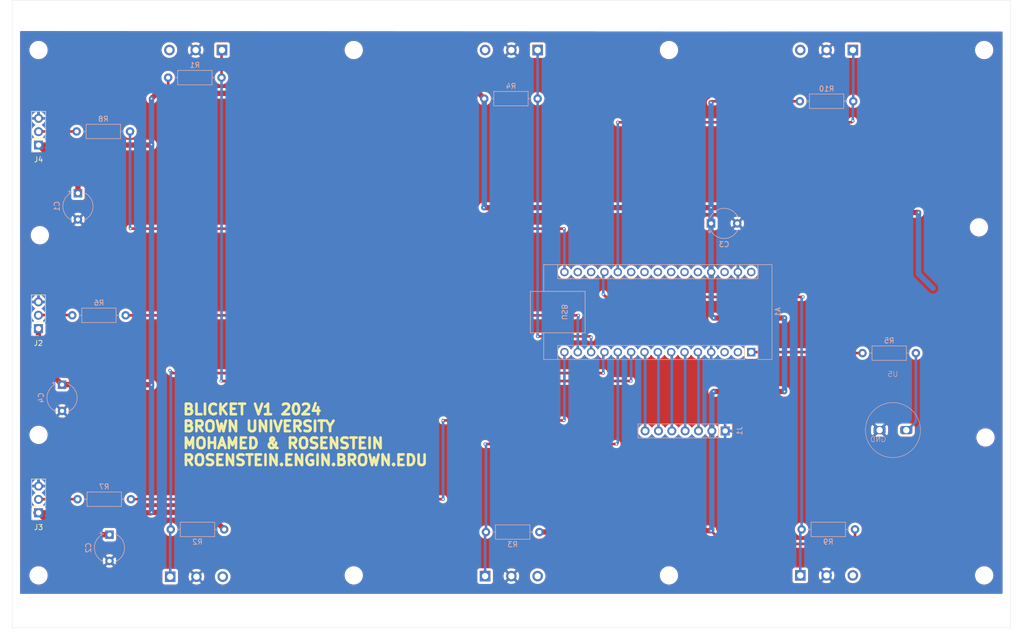
<source format=kicad_pcb>
(kicad_pcb (version 20240108) (generator "pcbnew") (generator_version "8.0")
  (layers (0 "F.Cu" signal) (31 "B.Cu" signal) (34 "B.Paste" user) (35 "F.Paste" user) (36 "B.SilkS" user "B.Silkscreen") (37 "F.SilkS" user "F.Silkscreen") (38 "B.Mask" user) (39 "F.Mask" user) (44 "Edge.Cuts" user))
  (net 0 "")
  (net 2 "/LED2_ctrl")
  (net 3 "/C_sw2")
  (net 6 "/D3")
  (net 7 "GND")
  (net 10 "/LED3_ctrl")
  (net 11 "/C_sw3")
  (net 12 "/C_sw1")
  (net 13 "/LED1_ctrl")
  (net 15 "/D2")
  (net 20 "VDD")
  (net 23 "/C_sw4")
  (net 24 "/D1")
  (net 25 "/VT")
  (net 26 "/D0")
  (net 27 "/BUZZ")
  (net 28 "Net-(J2-Pin_2)")
  (net 29 "Net-(J3-Pin_2)")
  (net 30 "Net-(J4-Pin_2)")
  (net 32 "Net-(U5-Vdd)")
  (net 36 "/C_sw6")
  (net 37 "/C_sw5")
  (footprint "MountingHole:MountingHole_3mm" (layer "F.Cu") (at 61.25 35.25)
    (property "Reference" "REF**" (hide yes))
    (property "Value" "MountingHole_3mm")
    (pad "" np_thru_hole circle (at 0 0) (size 3 3) (drill 3) (layers "F&B.Cu" "*.Mask"))
  )
  (footprint "MountingHole:MountingHole_3mm" (layer "F.Cu") (at 213.25 35.5)
    (property "Reference" "REF**" (hide yes))
    (property "Value" "MountingHole_3mm")
    (pad "" np_thru_hole circle (at 0 0) (size 3 3) (drill 3) (layers "F&B.Cu" "*.Mask"))
  )
  (footprint "First_cost_Library:switch" (layer "F.Cu") (at 128.5 36 -90)
    (property "Reference" "U4" (hide yes))
    (property "Value" "~" (hide yes))
    (pad "1" thru_hole rect (at 5 -13 270) (size 2 2) (drill 1.2) (layers "*.Cu" "*.Mask") (net 23 "/C_sw4"))
    (pad "2" thru_hole circle (at 5 -8 270) (size 2 2) (drill 1.2) (layers "*.Cu" "*.Mask") (net 7 "GND"))
    (pad "3" thru_hole circle (at 5 -3 270) (size 2 2) (drill 1.2) (layers "*.Cu" "*.Mask"))
  )
  (footprint "MountingHole:MountingHole_3mm" (layer "F.Cu") (at 214.5 147.5)
    (property "Reference" "REF**" (hide yes))
    (property "Value" "MountingHole_3mm")
    (pad "" np_thru_hole circle (at 0 0) (size 3 3) (drill 3) (layers "F&B.Cu" "*.Mask"))
  )
  (footprint "MountingHole:MountingHole_3mm" (layer "F.Cu") (at 46.75 76.25)
    (property "Reference" "REF**" (hide yes))
    (property "Value" "MountingHole_3mm")
    (pad "" np_thru_hole circle (at 0 0) (size 3 3) (drill 3) (layers "F&B.Cu" "*.Mask"))
  )
  (footprint "MountingHole:MountingHole_3mm" (layer "F.Cu") (at 61.5 147.5)
    (property "Reference" "REF**" (hide yes))
    (property "Value" "MountingHole_3mm")
    (pad "" np_thru_hole circle (at 0 0) (size 3 3) (drill 3) (layers "F&B.Cu" "*.Mask"))
  )
  (footprint "First_cost_Library:switch" (layer "F.Cu") (at 68.41 36 -90)
    (property "Reference" "U1" (hide yes))
    (property "Value" "~" (hide yes))
    (pad "1" thru_hole rect (at 5 -13 270) (size 2 2) (drill 1.2) (layers "*.Cu" "*.Mask") (net 12 "/C_sw1"))
    (pad "2" thru_hole circle (at 5 -8 270) (size 2 2) (drill 1.2) (layers "*.Cu" "*.Mask") (net 7 "GND"))
    (pad "3" thru_hole circle (at 5 -3 270) (size 2 2) (drill 1.2) (layers "*.Cu" "*.Mask"))
  )
  (footprint "MountingHole:MountingHole_3mm" (layer "F.Cu") (at 226.75 114.75)
    (property "Reference" "REF**" (hide yes))
    (property "Value" "MountingHole_3mm")
    (pad "" np_thru_hole circle (at 0 0) (size 3 3) (drill 3) (layers "F&B.Cu" "*.Mask"))
  )
  (footprint "Connector_PinSocket_2.54mm:PinSocket_1x03_P2.54mm_Vertical" (layer "F.Cu") (at 46.5 59.08 180)
    (property "Reference" "J4" (at 0 -2.77 0) (layer "F.SilkS"))
    (property "Value" "Conn_01x03_Pin")
    (fp_line (start 1.33 1.27) (end 1.33 6.41) (stroke (width 0.12)) (layer "F.SilkS"))
    (fp_line (start 1.33 -1.33) (end 1.33 0) (stroke (width 0.12)) (layer "F.SilkS"))
    (fp_line (start 0 -1.33) (end 1.33 -1.33) (stroke (width 0.12)) (layer "F.SilkS"))
    (fp_line (start -1.33 6.41) (end 1.33 6.41) (stroke (width 0.12)) (layer "F.SilkS"))
    (fp_line (start -1.33 1.27) (end 1.33 1.27) (stroke (width 0.12)) (layer "F.SilkS"))
    (fp_line (start -1.33 1.27) (end -1.33 6.41) (stroke (width 0.12)) (layer "F.SilkS"))
    (pad "1" thru_hole rect (at 0 0 180) (size 1.7 1.7) (drill 1) (layers "*.Cu" "*.Mask") (net 20 "VDD"))
    (pad "2" thru_hole oval (at 0 2.54 180) (size 1.7 1.7) (drill 1) (layers "*.Cu" "*.Mask") (net 30 "Net-(J4-Pin_2)"))
    (pad "3" thru_hole oval (at 0 5.08 180) (size 1.7 1.7) (drill 1) (layers "*.Cu" "*.Mask") (net 7 "GND"))
  )
  (footprint "MountingHole:MountingHole_3mm" (layer "F.Cu") (at 225.5 74.75)
    (property "Reference" "REF**" (hide yes))
    (property "Value" "MountingHole_3mm")
    (pad "" np_thru_hole circle (at 0 0) (size 3 3) (drill 3) (layers "F&B.Cu" "*.Mask"))
  )
  (footprint "MountingHole:MountingHole_3mm" (layer "F.Cu") (at 46.5 114.25)
    (property "Reference" "REF**" (hide yes))
    (property "Value" "MountingHole_3mm")
    (pad "" np_thru_hole circle (at 0 0) (size 3 3) (drill 3) (layers "F&B.Cu" "*.Mask"))
  )
  (footprint "First_cost_Library:switch" (layer "F.Cu") (at 144.5 146.1375 90)
    (property "Reference" "U3" (hide yes))
    (property "Value" "~" (hide yes))
    (pad "1" thru_hole rect (at 5 -13 90) (size 2 2) (drill 1.2) (layers "*.Cu" "*.Mask") (net 3 "/C_sw2"))
    (pad "2" thru_hole circle (at 5 -8 90) (size 2 2) (drill 1.2) (layers "*.Cu" "*.Mask") (net 7 "GND"))
    (pad "3" thru_hole circle (at 5 -3 90) (size 2 2) (drill 1.2) (layers "*.Cu" "*.Mask"))
  )
  (footprint "MountingHole:MountingHole_3mm" (layer "F.Cu") (at 166.5 141)
    (property "Reference" "REF**" (hide yes))
    (property "Value" "MountingHole_3mm")
    (pad "" np_thru_hole circle (at 0 0) (size 3 3) (drill 3) (layers "*.Cu" "*.Mask"))
  )
  (footprint "Connector_PinSocket_2.54mm:PinSocket_1x03_P2.54mm_Vertical" (layer "F.Cu") (at 46.475 94.025 180)
    (property "Reference" "J2" (at 0 -2.77 360) (layer "F.SilkS"))
    (property "Value" "Conn_01x03_Pin")
    (fp_line (start 1.33 1.27) (end 1.33 6.41) (stroke (width 0.12)) (layer "F.SilkS"))
    (fp_line (start 1.33 -1.33) (end 1.33 0) (stroke (width 0.12)) (layer "F.SilkS"))
    (fp_line (start 0 -1.33) (end 1.33 -1.33) (stroke (width 0.12)) (layer "F.SilkS"))
    (fp_line (start -1.33 6.41) (end 1.33 6.41) (stroke (width 0.12)) (layer "F.SilkS"))
    (fp_line (start -1.33 1.27) (end 1.33 1.27) (stroke (width 0.12)) (layer "F.SilkS"))
    (fp_line (start -1.33 1.27) (end -1.33 6.41) (stroke (width 0.12)) (layer "F.SilkS"))
    (pad "1" thru_hole rect (at 0 0 180) (size 1.7 1.7) (drill 1) (layers "*.Cu" "*.Mask") (net 20 "VDD"))
    (pad "2" thru_hole oval (at 0 2.54 180) (size 1.7 1.7) (drill 1) (layers "*.Cu" "*.Mask") (net 28 "Net-(J2-Pin_2)"))
    (pad "3" thru_hole oval (at 0 5.08 180) (size 1.7 1.7) (drill 1) (layers "*.Cu" "*.Mask") (net 7 "GND"))
  )
  (footprint "MountingHole:MountingHole_3mm" (layer "F.Cu") (at 106.5 141)
    (property "Reference" "REF**" (hide yes))
    (property "Value" "MountingHole_3mm")
    (pad "" np_thru_hole circle (at 0 0) (size 3 3) (drill 3) (layers "*.Cu" "*.Mask"))
  )
  (footprint "First_cost_Library:switch" (layer "F.Cu") (at 84.5575 146.25 90)
    (property "Reference" "U2" (hide yes))
    (property "Value" "~" (hide yes))
    (pad "1" thru_hole rect (at 5 -13 90) (size 2 2) (drill 1.2) (layers "*.Cu" "*.Mask") (net 11 "/C_sw3"))
    (pad "2" thru_hole circle (at 5 -8 90) (size 2 2) (drill 1.2) (layers "*.Cu" "*.Mask") (net 7 "GND"))
    (pad "3" thru_hole circle (at 5 -3 90) (size 2 2) (drill 1.2) (layers "*.Cu" "*.Mask"))
  )
  (footprint "MountingHole:MountingHole_3mm" (layer "F.Cu") (at 226.5 41)
    (property "Reference" "REF**" (hide yes))
    (property "Value" "MountingHole_3mm")
    (pad "" np_thru_hole circle (at 0 0) (size 3 3) (drill 3) (layers "*.Cu" "*.Mask"))
  )
  (footprint "MountingHole:MountingHole_3mm" (layer "F.Cu") (at 166.5 41)
    (property "Reference" "REF**" (hide yes))
    (property "Value" "MountingHole_3mm")
    (pad "" np_thru_hole circle (at 0 0) (size 3 3) (drill 3) (layers "*.Cu" "*.Mask"))
  )
  (footprint "First_cost_Library:switch" (layer "F.Cu") (at 188.5 36 -90)
    (property "Reference" "U7" (hide yes))
    (property "Value" "~" (hide yes))
    (pad "1" thru_hole rect (at 5 -13 270) (size 2 2) (drill 1.2) (layers "*.Cu" "*.Mask") (net 36 "/C_sw6"))
    (pad "2" thru_hole circle (at 5 -8 270) (size 2 2) (drill 1.2) (layers "*.Cu" "*.Mask") (net 7 "GND"))
    (pad "3" thru_hole circle (at 5 -3 270) (size 2 2) (drill 1.2) (layers "*.Cu" "*.Mask"))
  )
  (footprint "Connector_PinSocket_2.54mm:PinSocket_1x03_P2.54mm_Vertical" (layer "F.Cu") (at 46.5 129.08 180)
    (property "Reference" "J3" (at 0 -2.77 0) (layer "F.SilkS"))
    (property "Value" "Conn_01x03_Pin")
    (fp_line (start 1.33 1.27) (end 1.33 6.41) (stroke (width 0.12)) (layer "F.SilkS"))
    (fp_line (start 1.33 -1.33) (end 1.33 0) (stroke (width 0.12)) (layer "F.SilkS"))
    (fp_line (start 0 -1.33) (end 1.33 -1.33) (stroke (width 0.12)) (layer "F.SilkS"))
    (fp_line (start -1.33 6.41) (end 1.33 6.41) (stroke (width 0.12)) (layer "F.SilkS"))
    (fp_line (start -1.33 1.27) (end 1.33 1.27) (stroke (width 0.12)) (layer "F.SilkS"))
    (fp_line (start -1.33 1.27) (end -1.33 6.41) (stroke (width 0.12)) (layer "F.SilkS"))
    (pad "1" thru_hole rect (at 0 0 180) (size 1.7 1.7) (drill 1) (layers "*.Cu" "*.Mask") (net 20 "VDD"))
    (pad "2" thru_hole oval (at 0 2.54 180) (size 1.7 1.7) (drill 1) (layers "*.Cu" "*.Mask") (net 29 "Net-(J3-Pin_2)"))
    (pad "3" thru_hole oval (at 0 5.08 180) (size 1.7 1.7) (drill 1) (layers "*.Cu" "*.Mask") (net 7 "GND"))
  )
  (footprint "MountingHole:MountingHole_3mm" (layer "F.Cu") (at 46.5 141)
    (property "Reference" "REF**" (hide yes))
    (property "Value" "MountingHole_3mm")
    (pad "" np_thru_hole circle (at 0 0) (size 3 3) (drill 3) (layers "*.Cu" "*.Mask"))
  )
  (footprint "MountingHole:MountingHole_3mm" (layer "F.Cu") (at 46.5 41)
    (property "Reference" "REF**" (hide yes))
    (property "Value" "MountingHole_3mm")
    (pad "" np_thru_hole circle (at 0 0) (size 3 3) (drill 3) (layers "*.Cu" "*.Mask"))
  )
  (footprint "First_cost_Library:switch" (layer "F.Cu") (at 204.5 146 90)
    (property "Reference" "U6" (hide yes))
    (property "Value" "~" (hide yes))
    (pad "1" thru_hole rect (at 5 -13 90) (size 2 2) (drill 1.2) (layers "*.Cu" "*.Mask") (net 37 "/C_sw5"))
    (pad "2" thru_hole circle (at 5 -8 90) (size 2 2) (drill 1.2) (layers "*.Cu" "*.Mask") (net 7 "GND"))
    (pad "3" thru_hole circle (at 5 -3 90) (size 2 2) (drill 1.2) (layers "*.Cu" "*.Mask"))
  )
  (footprint "MountingHole:MountingHole_3mm" (layer "F.Cu") (at 226.5 141)
    (property "Reference" "REF**" (hide yes))
    (property "Value" "MountingHole_3mm")
    (pad "" np_thru_hole circle (at 0 0) (size 3 3) (drill 3) (layers "*.Cu" "*.Mask"))
  )
  (footprint "MountingHole:MountingHole_3mm" (layer "F.Cu") (at 106.5 41)
    (property "Reference" "REF**" (hide yes))
    (property "Value" "MountingHole_3mm")
    (pad "" np_thru_hole circle (at 0 0) (size 3 3) (drill 3) (layers "*.Cu" "*.Mask"))
  )
  (footprint "Module:Arduino_Nano" (layer "B.Cu") (at 182.16 98.5 90)
    (property "Reference" "A1" (at 7.62 5.08 90) (layer "B.SilkS") (effects (justify mirror)))
    (property "Value" "Arduino_Nano_Every")
    (fp_line (start 11.56 -42.04) (end 11.56 -31.62) (stroke (width 0.12)) (layer "B.SilkS"))
    (fp_line (start 3.68 -42.04) (end 11.56 -42.04) (stroke (width 0.12)) (layer "B.SilkS"))
    (fp_line (start 11.56 -39.5) (end 16.64 -39.5) (stroke (width 0.12)) (layer "B.SilkS"))
    (fp_line (start 3.68 -39.5) (end -1.4 -39.5) (stroke (width 0.12)) (layer "B.SilkS"))
    (fp_line (start -1.4 -39.5) (end -1.4 -1.27) (stroke (width 0.12)) (layer "B.SilkS"))
    (fp_line (start 16.64 -36.83) (end 13.97 -36.83) (stroke (width 0.12)) (layer "B.SilkS"))
    (fp_line (start 13.97 -36.83) (end 13.97 1.27) (stroke (width 0.12)) (layer "B.SilkS"))
    (fp_line (start 1.27 -36.83) (end 1.27 -1.27) (stroke (width 0.12)) (layer "B.SilkS"))
    (fp_line (start -1.4 -36.83) (end 1.27 -36.83) (stroke (width 0.12)) (layer "B.SilkS"))
    (fp_line (start 11.56 -31.62) (end 3.68 -31.62) (stroke (width 0.12)) (layer "B.SilkS"))
    (fp_line (start 3.68 -31.62) (end 3.68 -42.04) (stroke (width 0.12)) (layer "B.SilkS"))
    (fp_line (start -1.4 -1.27) (end 1.27 -1.27) (stroke (width 0.12)) (layer "B.SilkS"))
    (fp_line (start 16.64 1.27) (end 13.97 1.27) (stroke (width 0.12)) (layer "B.SilkS"))
    (fp_line (start 1.27 1.27) (end 1.27 -1.27) (stroke (width 0.12)) (layer "B.SilkS"))
    (fp_line (start -1.4 1.27) (end 1.27 1.27) (stroke (width 0.12)) (layer "B.SilkS"))
    (fp_line (start -1.4 1.27) (end -1.4 3.94) (stroke (width 0.12)) (layer "B.SilkS"))
    (fp_line (start 16.64 3.94) (end 16.64 -39.5) (stroke (width 0.12)) (layer "B.SilkS"))
    (fp_line (start -1.4 3.94) (end 16.64 3.94) (stroke (width 0.12)) (layer "B.SilkS"))
    (fp_text user "USB" (at 7.62 -35.56 -90) (layer "B.SilkS") (effects (justify mirror)))
    (pad "1" thru_hole rect (at 0 0 90) (size 1.6 1.6) (drill 1) (layers "*.Cu" "*.Mask") (net 27 "/BUZZ"))
    (pad "2" thru_hole oval (at 0 -2.54 90) (size 1.6 1.6) (drill 1) (layers "*.Cu" "*.Mask"))
    (pad "3" thru_hole oval (at 0 -5.08 90) (size 1.6 1.6) (drill 1) (layers "*.Cu" "*.Mask"))
    (pad "4" thru_hole oval (at 0 -7.62 90) (size 1.6 1.6) (drill 1) (layers "*.Cu" "*.Mask") (net 7 "GND"))
    (pad "5" thru_hole oval (at 0 -10.16 90) (size 1.6 1.6) (drill 1) (layers "*.Cu" "*.Mask") (net 26 "/D0"))
    (pad "6" thru_hole oval (at 0 -12.7 90) (size 1.6 1.6) (drill 1) (layers "*.Cu" "*.Mask") (net 24 "/D1"))
    (pad "7" thru_hole oval (at 0 -15.24 90) (size 1.6 1.6) (drill 1) (layers "*.Cu" "*.Mask") (net 15 "/D2"))
    (pad "8" thru_hole oval (at 0 -17.78 90) (size 1.6 1.6) (drill 1) (layers "*.Cu" "*.Mask") (net 6 "/D3"))
    (pad "9" thru_hole oval (at 0 -20.32 90) (size 1.6 1.6) (drill 1) (layers "*.Cu" "*.Mask") (net 25 "/VT"))
    (pad "10" thru_hole oval (at 0 -22.86 90) (size 1.6 1.6) (drill 1) (layers "*.Cu" "*.Mask") (net 12 "/C_sw1"))
    (pad "11" thru_hole oval (at 0 -25.4 90) (size 1.6 1.6) (drill 1) (layers "*.Cu" "*.Mask") (net 3 "/C_sw2"))
    (pad "12" thru_hole oval (at 0 -27.94 90) (size 1.6 1.6) (drill 1) (layers "*.Cu" "*.Mask") (net 11 "/C_sw3"))
    (pad "13" thru_hole oval (at 0 -30.48 90) (size 1.6 1.6) (drill 1) (layers "*.Cu" "*.Mask") (net 23 "/C_sw4"))
    (pad "14" thru_hole oval (at 0 -33.02 90) (size 1.6 1.6) (drill 1) (layers "*.Cu" "*.Mask") (net 13 "/LED1_ctrl"))
    (pad "15" thru_hole oval (at 0 -35.56 90) (size 1.6 1.6) (drill 1) (layers "*.Cu" "*.Mask") (net 2 "/LED2_ctrl"))
    (pad "16" thru_hole oval (at 15.24 -35.56 90) (size 1.6 1.6) (drill 1) (layers "*.Cu" "*.Mask") (net 10 "/LED3_ctrl"))
    (pad "17" thru_hole oval (at 15.24 -33.02 90) (size 1.6 1.6) (drill 1) (layers "*.Cu" "*.Mask"))
    (pad "18" thru_hole oval (at 15.24 -30.48 90) (size 1.6 1.6) (drill 1) (layers "*.Cu" "*.Mask"))
    (pad "19" thru_hole oval (at 15.24 -27.94 90) (size 1.6 1.6) (drill 1) (layers "*.Cu" "*.Mask") (net 37 "/C_sw5"))
    (pad "20" thru_hole oval (at 15.24 -25.4 90) (size 1.6 1.6) (drill 1) (layers "*.Cu" "*.Mask") (net 36 "/C_sw6"))
    (pad "21" thru_hole oval (at 15.24 -22.86 90) (size 1.6 1.6) (drill 1) (layers "*.Cu" "*.Mask"))
    (pad "22" thru_hole oval (at 15.24 -20.32 90) (size 1.6 1.6) (drill 1) (layers "*.Cu" "*.Mask"))
    (pad "23" thru_hole oval (at 15.24 -17.78 90) (size 1.6 1.6) (drill 1) (layers "*.Cu" "*.Mask"))
    (pad "24" thru_hole oval (at 15.24 -15.24 90) (size 1.6 1.6) (drill 1) (layers "*.Cu" "*.Mask"))
    (pad "25" thru_hole oval (at 15.24 -12.7 90) (size 1.6 1.6) (drill 1) (layers "*.Cu" "*.Mask"))
    (pad "26" thru_hole oval (at 15.24 -10.16 90) (size 1.6 1.6) (drill 1) (layers "*.Cu" "*.Mask"))
    (pad "27" thru_hole oval (at 15.24 -7.62 90) (size 1.6 1.6) (drill 1) (layers "*.Cu" "*.Mask") (net 20 "VDD"))
    (pad "28" thru_hole oval (at 15.24 -5.08 90) (size 1.6 1.6) (drill 1) (layers "*.Cu" "*.Mask"))
    (pad "29" thru_hole oval (at 15.24 -2.54 90) (size 1.6 1.6) (drill 1) (layers "*.Cu" "*.Mask") (net 7 "GND"))
    (pad "30" thru_hole oval (at 15.24 0 90) (size 1.6 1.6) (drill 1) (layers "*.Cu" "*.Mask"))
  )
  (footprint "Resistor_THT:R_Axial_DIN0207_L6.3mm_D2.5mm_P10.16mm_Horizontal" (layer "B.Cu") (at 63.08 91.5 180)
    (property "Reference" "R6" (at 5.08 2.37 360) (layer "B.SilkS") (effects (justify mirror)))
    (property "Value" "10k")
    (fp_line (start 8.35 1.37) (end 8.35 -1.37) (stroke (width 0.12)) (layer "B.SilkS"))
    (fp_line (start 8.35 0) (end 9.12 0) (stroke (width 0.12)) (layer "B.SilkS"))
    (fp_line (start 8.35 -1.37) (end 1.81 -1.37) (stroke (width 0.12)) (layer "B.SilkS"))
    (fp_line (start 1.81 1.37) (end 8.35 1.37) (stroke (width 0.12)) (layer "B.SilkS"))
    (fp_line (start 1.81 0) (end 1.04 0) (stroke (width 0.12)) (layer "B.SilkS"))
    (fp_line (start 1.81 -1.37) (end 1.81 1.37) (stroke (width 0.12)) (layer "B.SilkS"))
    (pad "1" thru_hole circle (at 0 0 180) (size 1.6 1.6) (drill 0.8) (layers "*.Cu" "*.Mask") (net 13 "/LED1_ctrl"))
    (pad "2" thru_hole oval (at 10.16 0 180) (size 1.6 1.6) (drill 0.8) (layers "*.Cu" "*.Mask") (net 28 "Net-(J2-Pin_2)"))
  )
  (footprint "Capacitor_THT:CP_Radial_Tantal_D5.5mm_P5.00mm" (layer "B.Cu") (at 50.975 104.695 -90)
    (property "Reference" "C4" (at 2.5 4 90) (layer "B.SilkS") (effects (justify mirror)))
    (property "Value" "C_Polarized")
    (fp_line (start -0.022262 1.615) (end -0.572262 1.615) (stroke (width 0.12)) (layer "B.SilkS"))
    (fp_line (start -0.297262 1.34) (end -0.297262 1.89) (stroke (width 0.12)) (layer "B.SilkS"))
    (fp_arc (start 5.167077 1.06) (mid 2.5 2.87) (end -0.167077 1.06) (stroke (width 0.12)) (layer "B.SilkS"))
    (fp_arc (start -0.167077 -1.06) (mid 2.5 -2.87) (end 5.167077 -1.06) (stroke (width 0.12)) (layer "B.SilkS"))
    (pad "1" thru_hole rect (at 0 0 270) (size 1.6 1.6) (drill 0.8) (layers "*.Cu" "*.Mask") (net 20 "VDD"))
    (pad "2" thru_hole circle (at 5 0 270) (size 1.6 1.6) (drill 0.8) (layers "*.Cu" "*.Mask") (net 7 "GND"))
  )
  (footprint "Capacitor_THT:CP_Radial_Tantal_D5.5mm_P5.00mm" (layer "B.Cu") (at 174.5 74)
    (property "Reference" "C3" (at 2.5 4 360) (layer "B.SilkS") (effects (justify mirror)))
    (property "Value" "C_Polarized")
    (fp_line (start -0.297262 1.34) (end -0.297262 1.89) (stroke (width 0.12)) (layer "B.SilkS"))
    (fp_line (start -0.022262 1.615) (end -0.572262 1.615) (stroke (width 0.12)) (layer "B.SilkS"))
    (fp_arc (start -0.167077 -1.06) (mid 2.5 -2.87) (end 5.167077 -1.06) (stroke (width 0.12)) (layer "B.SilkS"))
    (fp_arc (start 5.167077 1.06) (mid 2.5 2.87) (end -0.167077 1.06) (stroke (width 0.12)) (layer "B.SilkS"))
    (pad "1" thru_hole rect (at 0 0) (size 1.6 1.6) (drill 0.8) (layers "*.Cu" "*.Mask") (net 20 "VDD"))
    (pad "2" thru_hole circle (at 5 0) (size 1.6 1.6) (drill 0.8) (layers "*.Cu" "*.Mask") (net 7 "GND"))
  )
  (footprint "Resistor_THT:R_Axial_DIN0207_L6.3mm_D2.5mm_P10.16mm_Horizontal" (layer "B.Cu") (at 64.08 126.5 180)
    (property "Reference" "R7" (at 5.08 2.37 360) (layer "B.SilkS") (effects (justify mirror)))
    (property "Value" "10k")
    (fp_line (start 8.35 1.37) (end 8.35 -1.37) (stroke (width 0.12)) (layer "B.SilkS"))
    (fp_line (start 8.35 0) (end 9.12 0) (stroke (width 0.12)) (layer "B.SilkS"))
    (fp_line (start 8.35 -1.37) (end 1.81 -1.37) (stroke (width 0.12)) (layer "B.SilkS"))
    (fp_line (start 1.81 1.37) (end 8.35 1.37) (stroke (width 0.12)) (layer "B.SilkS"))
    (fp_line (start 1.81 0) (end 1.04 0) (stroke (width 0.12)) (layer "B.SilkS"))
    (fp_line (start 1.81 -1.37) (end 1.81 1.37) (stroke (width 0.12)) (layer "B.SilkS"))
    (pad "1" thru_hole circle (at 0 0 180) (size 1.6 1.6) (drill 0.8) (layers "*.Cu" "*.Mask") (net 2 "/LED2_ctrl"))
    (pad "2" thru_hole oval (at 10.16 0 180) (size 1.6 1.6) (drill 0.8) (layers "*.Cu" "*.Mask") (net 29 "Net-(J3-Pin_2)"))
  )
  (footprint "Resistor_THT:R_Axial_DIN0207_L6.3mm_D2.5mm_P10.16mm_Horizontal" (layer "B.Cu") (at 201.58 50.75 180)
    (property "Reference" "R10" (at 5.08 2.37 0) (layer "B.SilkS") (effects (justify mirror)))
    (property "Value" "10k")
    (fp_line (start 8.35 1.37) (end 8.35 -1.37) (stroke (width 0.12)) (layer "B.SilkS"))
    (fp_line (start 8.35 0) (end 9.12 0) (stroke (width 0.12)) (layer "B.SilkS"))
    (fp_line (start 8.35 -1.37) (end 1.81 -1.37) (stroke (width 0.12)) (layer "B.SilkS"))
    (fp_line (start 1.81 1.37) (end 8.35 1.37) (stroke (width 0.12)) (layer "B.SilkS"))
    (fp_line (start 1.81 0) (end 1.04 0) (stroke (width 0.12)) (layer "B.SilkS"))
    (fp_line (start 1.81 -1.37) (end 1.81 1.37) (stroke (width 0.12)) (layer "B.SilkS"))
    (pad "1" thru_hole circle (at 0 0 180) (size 1.6 1.6) (drill 0.8) (layers "*.Cu" "*.Mask") (net 36 "/C_sw6"))
    (pad "2" thru_hole oval (at 10.16 0 180) (size 1.6 1.6) (drill 0.8) (layers "*.Cu" "*.Mask") (net 20 "VDD"))
  )
  (footprint "Resistor_THT:R_Axial_DIN0207_L6.3mm_D2.5mm_P10.16mm_Horizontal" (layer "B.Cu") (at 71.67 132.25)
    (property "Reference" "R2" (at 5.08 2.37 360) (layer "B.SilkS") (effects (justify mirror)))
    (property "Value" "10k")
    (fp_line (start 1.81 -1.37) (end 1.81 1.37) (stroke (width 0.12)) (layer "B.SilkS"))
    (fp_line (start 1.81 0) (end 1.04 0) (stroke (width 0.12)) (layer "B.SilkS"))
    (fp_line (start 1.81 1.37) (end 8.35 1.37) (stroke (width 0.12)) (layer "B.SilkS"))
    (fp_line (start 8.35 -1.37) (end 1.81 -1.37) (stroke (width 0.12)) (layer "B.SilkS"))
    (fp_line (start 8.35 0) (end 9.12 0) (stroke (width 0.12)) (layer "B.SilkS"))
    (fp_line (start 8.35 1.37) (end 8.35 -1.37) (stroke (width 0.12)) (layer "B.SilkS"))
    (pad "1" thru_hole circle (at 0 0) (size 1.6 1.6) (drill 0.8) (layers "*.Cu" "*.Mask") (net 11 "/C_sw3"))
    (pad "2" thru_hole oval (at 10.16 0) (size 1.6 1.6) (drill 0.8) (layers "*.Cu" "*.Mask") (net 20 "VDD"))
  )
  (footprint "Resistor_THT:R_Axial_DIN0207_L6.3mm_D2.5mm_P10.16mm_Horizontal" (layer "B.Cu") (at 141.5 50.25 180)
    (property "Reference" "R4" (at 5.08 2.37 360) (layer "B.SilkS") (effects (justify mirror)))
    (property "Value" "10k")
    (fp_line (start 8.35 1.37) (end 8.35 -1.37) (stroke (width 0.12)) (layer "B.SilkS"))
    (fp_line (start 8.35 0) (end 9.12 0) (stroke (width 0.12)) (layer "B.SilkS"))
    (fp_line (start 8.35 -1.37) (end 1.81 -1.37) (stroke (width 0.12)) (layer "B.SilkS"))
    (fp_line (start 1.81 1.37) (end 8.35 1.37) (stroke (width 0.12)) (layer "B.SilkS"))
    (fp_line (start 1.81 0) (end 1.04 0) (stroke (width 0.12)) (layer "B.SilkS"))
    (fp_line (start 1.81 -1.37) (end 1.81 1.37) (stroke (width 0.12)) (layer "B.SilkS"))
    (pad "1" thru_hole circle (at 0 0 180) (size 1.6 1.6) (drill 0.8) (layers "*.Cu" "*.Mask") (net 23 "/C_sw4"))
    (pad "2" thru_hole oval (at 10.16 0 180) (size 1.6 1.6) (drill 0.8) (layers "*.Cu" "*.Mask") (net 20 "VDD"))
  )
  (footprint "Resistor_THT:R_Axial_DIN0207_L6.3mm_D2.5mm_P10.16mm_Horizontal" (layer "B.Cu") (at 131.67 132.75)
    (property "Reference" "R3" (at 5.08 2.37 360) (layer "B.SilkS") (effects (justify mirror)))
    (property "Value" "10k")
    (fp_line (start 1.81 -1.37) (end 1.81 1.37) (stroke (width 0.12)) (layer "B.SilkS"))
    (fp_line (start 1.81 0) (end 1.04 0) (stroke (width 0.12)) (layer "B.SilkS"))
    (fp_line (start 1.81 1.37) (end 8.35 1.37) (stroke (width 0.12)) (layer "B.SilkS"))
    (fp_line (start 8.35 -1.37) (end 1.81 -1.37) (stroke (width 0.12)) (layer "B.SilkS"))
    (fp_line (start 8.35 0) (end 9.12 0) (stroke (width 0.12)) (layer "B.SilkS"))
    (fp_line (start 8.35 1.37) (end 8.35 -1.37) (stroke (width 0.12)) (layer "B.SilkS"))
    (pad "1" thru_hole circle (at 0 0) (size 1.6 1.6) (drill 0.8) (layers "*.Cu" "*.Mask") (net 3 "/C_sw2"))
    (pad "2" thru_hole oval (at 10.16 0) (size 1.6 1.6) (drill 0.8) (layers "*.Cu" "*.Mask") (net 20 "VDD"))
  )
  (footprint "Capacitor_THT:CP_Radial_Tantal_D5.5mm_P5.00mm" (layer "B.Cu") (at 60 133.25 -90)
    (property "Reference" "C2" (at 2.5 4 90) (layer "B.SilkS") (effects (justify mirror)))
    (property "Value" "C_Polarized")
    (fp_line (start -0.022262 1.615) (end -0.572262 1.615) (stroke (width 0.12)) (layer "B.SilkS"))
    (fp_line (start -0.297262 1.34) (end -0.297262 1.89) (stroke (width 0.12)) (layer "B.SilkS"))
    (fp_arc (start 5.167077 1.06) (mid 2.5 2.87) (end -0.167077 1.06) (stroke (width 0.12)) (layer "B.SilkS"))
    (fp_arc (start -0.167077 -1.06) (mid 2.5 -2.87) (end 5.167077 -1.06) (stroke (width 0.12)) (layer "B.SilkS"))
    (pad "1" thru_hole rect (at 0 0 270) (size 1.6 1.6) (drill 0.8) (layers "*.Cu" "*.Mask") (net 20 "VDD"))
    (pad "2" thru_hole circle (at 5 0 270) (size 1.6 1.6) (drill 0.8) (layers "*.Cu" "*.Mask") (net 7 "GND"))
  )
  (footprint "First_cost_Library:PS1240" (layer "B.Cu") (at 209.13 103.188172 180)
    (property "Reference" "U5" (at 0 0.5 0) (layer "B.SilkS") (effects (font (thickness 0.1)) (justify mirror)))
    (property "Value" "~")
    (fp_circle (center 0 -10.16) (end 1.27 -15.24) (stroke (width 0.1)) (fill none) (layer "B.SilkS"))
    (pad "1" thru_hole roundrect (at -2.54 -10.16 180) (size 2.286 1.524) (drill 1.2) (layers "*.Cu" "*.Mask") (net 32 "Net-(U5-Vdd)"))
    (pad "2" thru_hole roundrect (at 2.54 -10.16 180) (size 2.286 1.524) (drill 1.2) (layers "*.Cu" "*.Mask") (net 7 "GND"))
  )
  (footprint "Connector_PinSocket_2.54mm:PinSocket_1x07_P2.54mm_Vertical" (layer "B.Cu") (at 177.2 113.5 90)
    (property "Reference" "J1" (at 0 2.77 90) (layer "B.SilkS") (effects (justify mirror)))
    (property "Value" "Conn_01x07_Pin")
    (fp_line (start 1.33 -16.57) (end -1.33 -16.57) (stroke (width 0.12)) (layer "B.SilkS"))
    (fp_line (start 1.33 -16.57) (end 1.33 -1.27) (stroke (width 0.12)) (layer "B.SilkS"))
    (fp_line (start -1.33 -16.57) (end -1.33 -1.27) (stroke (width 0.12)) (layer "B.SilkS"))
    (fp_line (start 1.33 -1.27) (end -1.33 -1.27) (stroke (width 0.12)) (layer "B.SilkS"))
    (fp_line (start 1.33 0) (end 1.33 1.33) (stroke (width 0.12)) (layer "B.SilkS"))
    (fp_line (start 1.33 1.33) (end 0 1.33) (stroke (width 0.12)) (layer "B.SilkS"))
    (pad "1" thru_hole rect (at 0 0 90) (size 1.7 1.7) (drill 1) (layers "*.Cu" "*.Mask") (net 7 "GND"))
    (pad "2" thru_hole oval (at 0 -2.54 90) (size 1.7 1.7) (drill 1) (layers "*.Cu" "*.Mask") (net 20 "VDD"))
    (pad "3" thru_hole oval (at 0 -5.08 90) (size 1.7 1.7) (drill 1) (layers "*.Cu" "*.Mask") (net 26 "/D0"))
    (pad "4" thru_hole oval (at 0 -7.62 90) (size 1.7 1.7) (drill 1) (layers "*.Cu" "*.Mask") (net 24 "/D1"))
    (pad "5" thru_hole oval (at 0 -10.16 90) (size 1.7 1.7) (drill 1) (layers "*.Cu" "*.Mask") (net 15 "/D2"))
    (pad "6" thru_hole oval (at 0 -12.7 90) (size 1.7 1.7) (drill 1) (layers "*.Cu" "*.Mask") (net 6 "/D3"))
    (pad "7" thru_hole oval (at 0 -15.24 90) (size 1.7 1.7) (drill 1) (layers "*.Cu" "*.Mask") (net 25 "/VT"))
  )
  (footprint "Resistor_THT:R_Axial_DIN0207_L6.3mm_D2.5mm_P10.16mm_Horizontal" (layer "B.Cu") (at 81.33 46.25 180)
    (property "Reference" "R1" (at 5.08 2.37 360) (layer "B.SilkS") (effects (justify mirror)))
    (property "Value" "10k")
    (fp_line (start 8.35 1.37) (end 8.35 -1.37) (stroke (width 0.12)) (layer "B.SilkS"))
    (fp_line (start 8.35 0) (end 9.12 0) (stroke (width 0.12)) (layer "B.SilkS"))
    (fp_line (start 8.35 -1.37) (end 1.81 -1.37) (stroke (width 0.12)) (layer "B.SilkS"))
    (fp_line (start 1.81 1.37) (end 8.35 1.37) (stroke (width 0.12)) (layer "B.SilkS"))
    (fp_line (start 1.81 0) (end 1.04 0) (stroke (width 0.12)) (layer "B.SilkS"))
    (fp_line (start 1.81 -1.37) (end 1.81 1.37) (stroke (width 0.12)) (layer "B.SilkS"))
    (pad "1" thru_hole circle (at 0 0 180) (size 1.6 1.6) (drill 0.8) (layers "*.Cu" "*.Mask") (net 12 "/C_sw1"))
    (pad "2" thru_hole oval (at 10.16 0 180) (size 1.6 1.6) (drill 0.8) (layers "*.Cu" "*.Mask") (net 20 "VDD"))
  )
  (footprint "Resistor_THT:R_Axial_DIN0207_L6.3mm_D2.5mm_P10.16mm_Horizontal" (layer "B.Cu") (at 63.91 56.5 180)
    (property "Reference" "R8" (at 5.08 2.37 360) (layer "B.SilkS") (effects (justify mirror)))
    (property "Value" "10k")
    (fp_line (start 8.35 1.37) (end 8.35 -1.37) (stroke (width 0.12)) (layer "B.SilkS"))
    (fp_line (start 8.35 0) (end 9.12 0) (stroke (width 0.12)) (layer "B.SilkS"))
    (fp_line (start 8.35 -1.37) (end 1.81 -1.37) (stroke (width 0.12)) (layer "B.SilkS"))
    (fp_line (start 1.81 1.37) (end 8.35 1.37) (stroke (width 0.12)) (layer "B.SilkS"))
    (fp_line (start 1.81 0) (end 1.04 0) (stroke (width 0.12)) (layer "B.SilkS"))
    (fp_line (start 1.81 -1.37) (end 1.81 1.37) (stroke (width 0.12)) (layer "B.SilkS"))
    (pad "1" thru_hole circle (at 0 0 180) (size 1.6 1.6) (drill 0.8) (layers "*.Cu" "*.Mask") (net 10 "/LED3_ctrl"))
    (pad "2" thru_hole oval (at 10.16 0 180) (size 1.6 1.6) (drill 0.8) (layers "*.Cu" "*.Mask") (net 30 "Net-(J4-Pin_2)"))
  )
  (footprint "Resistor_THT:R_Axial_DIN0207_L6.3mm_D2.5mm_P10.16mm_Horizontal" (layer "B.Cu") (at 213.5 98.688172 180)
    (property "Reference" "R5" (at 5.08 2.37 0) (layer "B.SilkS") (effects (justify mirror)))
    (property "Value" "10k")
    (fp_line (start 8.35 1.37) (end 8.35 -1.37) (stroke (width 0.12)) (layer "B.SilkS"))
    (fp_line (start 8.35 0) (end 9.12 0) (stroke (width 0.12)) (layer "B.SilkS"))
    (fp_line (start 8.35 -1.37) (end 1.81 -1.37) (stroke (width 0.12)) (layer "B.SilkS"))
    (fp_line (start 1.81 1.37) (end 8.35 1.37) (stroke (width 0.12)) (layer "B.SilkS"))
    (fp_line (start 1.81 0) (end 1.04 0) (stroke (width 0.12)) (layer "B.SilkS"))
    (fp_line (start 1.81 -1.37) (end 1.81 1.37) (stroke (width 0.12)) (layer "B.SilkS"))
    (pad "1" thru_hole circle (at 0 0 180) (size 1.6 1.6) (drill 0.8) (layers "*.Cu" "*.Mask") (net 32 "Net-(U5-Vdd)"))
    (pad "2" thru_hole oval (at 10.16 0 180) (size 1.6 1.6) (drill 0.8) (layers "*.Cu" "*.Mask") (net 27 "/BUZZ"))
  )
  (footprint "Capacitor_THT:CP_Radial_Tantal_D5.5mm_P5.00mm" (layer "B.Cu") (at 54 68.25 -90)
    (property "Reference" "C1" (at 2.5 4 90) (layer "B.SilkS") (effects (justify mirror)))
    (property "Value" "C_Polarized")
    (fp_line (start -0.022262 1.615) (end -0.572262 1.615) (stroke (width 0.12)) (layer "B.SilkS"))
    (fp_line (start -0.297262 1.34) (end -0.297262 1.89) (stroke (width 0.12)) (layer "B.SilkS"))
    (fp_arc (start 5.167077 1.06) (mid 2.5 2.87) (end -0.167077 1.06) (stroke (width 0.12)) (layer "B.SilkS"))
    (fp_arc (start -0.167077 -1.06) (mid 2.5 -2.87) (end 5.167077 -1.06) (stroke (width 0.12)) (layer "B.SilkS"))
    (pad "1" thru_hole rect (at 0 0 270) (size 1.6 1.6) (drill 0.8) (layers "*.Cu" "*.Mask") (net 20 "VDD"))
    (pad "2" thru_hole circle (at 5 0 270) (size 1.6 1.6) (drill 0.8) (layers "*.Cu" "*.Mask") (net 7 "GND"))
  )
  (footprint "Resistor_THT:R_Axial_DIN0207_L6.3mm_D2.5mm_P10.16mm_Horizontal" (layer "B.Cu") (at 191.75 132.25)
    (property "Reference" "R9" (at 5.08 2.37 360) (layer "B.SilkS") (effects (justify mirror)))
    (property "Value" "10k")
    (fp_line (start 1.81 -1.37) (end 1.81 1.37) (stroke (width 0.12)) (layer "B.SilkS"))
    (fp_line (start 1.81 0) (end 1.04 0) (stroke (width 0.12)) (layer "B.SilkS"))
    (fp_line (start 1.81 1.37) (end 8.35 1.37) (stroke (width 0.12)) (layer "B.SilkS"))
    (fp_line (start 8.35 -1.37) (end 1.81 -1.37) (stroke (width 0.12)) (layer "B.SilkS"))
    (fp_line (start 8.35 0) (end 9.12 0) (stroke (width 0.12)) (layer "B.SilkS"))
    (fp_line (start 8.35 1.37) (end 8.35 -1.37) (stroke (width 0.12)) (layer "B.SilkS"))
    (pad "1" thru_hole circle (at 0 0) (size 1.6 1.6) (drill 0.8) (layers "*.Cu" "*.Mask") (net 37 "/C_sw5"))
    (pad "2" thru_hole oval (at 10.16 0) (size 1.6 1.6) (drill 0.8) (layers "*.Cu" "*.Mask") (net 20 "VDD"))
  )
  (gr_rect (start 41.5 31.5) (end 231.5 151) (stroke (width 0.05)) (fill none) (layer "Edge.Cuts"))
  (gr_text "GND\n" (at 207.92 115.688172 0) (layer "B.SilkS") (effects (font (size 1 1) (thickness 0.1)) (justify left bottom mirror)))
  (gr_text "BLICKET V1 2024\nBROWN UNIVERSITY\nMOHAMED & ROSENSTEIN\nROSENSTEIN.ENGIN.BROWN.EDU" (at 73.75 120.25 0) (layer "F.SilkS") (effects (font (size 2 2) (thickness 0.5) (bold yes)) (justify left bottom)))
  (segment (start 123.5 111.5) (end 146.5 111.5) (width 0.5) (layer "F.Cu") (net 2))
  (segment (start 63.58 126.5) (end 123.5 126.5) (width 0.5) (layer "F.Cu") (net 2))
  (segment (start 123.46 126.46) (end 123.5 126.5) (width 0.5) (layer "F.Cu") (net 2))
  (via (at 123.5 111.5) (size 0.6) (drill 0.3) (layers "F.Cu" "B.Cu") (net 2))
  (via (at 123.5 126.5) (size 0.6) (drill 0.3) (layers "F.Cu" "B.Cu") (net 2))
  (via (at 123.5 126.5) (size 0.6) (drill 0.3) (layers "F.Cu" "B.Cu") (net 2))
  (via (at 146.5 111.5) (size 0.6) (drill 0.3) (layers "F.Cu" "B.Cu") (net 2))
  (segment (start 146.5 111.5) (end 146.6 111.4) (width 0.5) (layer "B.Cu") (net 2))
  (segment (start 146.6 111.4) (end 146.6 98.5) (width 0.5) (layer "B.Cu") (net 2))
  (segment (start 123.5 126.5) (end 123.5 111.5) (width 0.5) (layer "B.Cu") (net 2))
  (segment (start 131.5 116) (end 156.5 116) (width 0.5) (layer "F.Cu") (net 3))
  (via (at 156.5 116) (size 0.6) (drill 0.3) (layers "F.Cu" "B.Cu") (net 3))
  (via (at 131.5 116) (size 0.6) (drill 0.3) (layers "F.Cu" "B.Cu") (net 3))
  (segment (start 156.76 115.74) (end 156.76 98.5) (width 0.5) (layer "B.Cu") (net 3))
  (segment (start 131.67 132.75) (end 131.67 132.83) (width 0.5) (layer "B.Cu") (net 3))
  (segment (start 131.67 116.17) (end 131.5 116) (width 0.5) (layer "B.Cu") (net 3))
  (segment (start 131.5 133) (end 131.5 141.1375) (width 0.5) (layer "B.Cu") (net 3))
  (segment (start 131.67 132.75) (end 131.67 116.17) (width 0.5) (layer "B.Cu") (net 3))
  (segment (start 131.67 132.83) (end 131.5 133) (width 0.5) (layer "B.Cu") (net 3))
  (segment (start 156.5 116) (end 156.76 115.74) (width 0.5) (layer "B.Cu") (net 3))
  (segment (start 164.5 98.62) (end 164.38 98.5) (width 0.5) (layer "B.Cu") (net 6))
  (segment (start 164.5 113.5) (end 164.5 98.62) (width 0.5) (layer "B.Cu") (net 6))
  (segment (start 146.5 75) (end 64.000002 75) (width 0.5) (layer "F.Cu") (net 10))
  (via (at 64.000002 75) (size 0.6) (drill 0.3) (layers "F.Cu" "B.Cu") (net 10))
  (via (at 146.5 75) (size 0.6) (drill 0.3) (layers "F.Cu" "B.Cu") (net 10))
  (segment (start 146.6 75.1) (end 146.5 75) (width 0.5) (layer "B.Cu") (net 10))
  (segment (start 63.91 74.909998) (end 64.000002 75) (width 0.5) (layer "B.Cu") (net 10))
  (segment (start 63.91 56.5) (end 63.91 74.909998) (width 0.5) (layer "B.Cu") (net 10))
  (segment (start 146.6 83.26) (end 146.6 75.1) (width 0.5) (layer "B.Cu") (net 10))
  (segment (start 72 102.5) (end 71.5 102) (width 0.5) (layer "F.Cu") (net 11))
  (segment (start 125.5 102.5) (end 154 102.5) (width 0.5) (layer "F.Cu") (net 11))
  (segment (start 125.5 102.5) (end 72 102.5) (width 0.5) (layer "F.Cu") (net 11))
  (via (at 154 102.5) (size 0.6) (drill 0.3) (layers "F.Cu" "B.Cu") (net 11))
  (via (at 71.5 102) (size 0.6) (drill 0.3) (layers "F.Cu" "B.Cu") (net 11))
  (segment (start 154 102.5) (end 154 98.72) (width 0.5) (layer "B.Cu") (net 11))
  (segment (start 71.67 102.17) (end 71.67 132.25) (width 0.5) (layer "B.Cu") (net 11))
  (segment (start 154 98.72) (end 154.22 98.5) (width 0.5) (layer "B.Cu") (net 11))
  (segment (start 71.5 102) (end 71.67 102.17) (width 0.5) (layer "B.Cu") (net 11))
  (segment (start 71.5575 132.3625) (end 71.67 132.25) (width 0.5) (layer "B.Cu") (net 11))
  (segment (start 71.5575 141.25) (end 71.5575 132.3625) (width 0.5) (layer "B.Cu") (net 11))
  (segment (start 81.33 41.08) (end 81.41 41) (width 0.5) (layer "F.Cu") (net 12))
  (segment (start 81.33 46.25) (end 81.33 41.08) (width 0.5) (layer "F.Cu") (net 12))
  (segment (start 81.25 104) (end 159.25 104) (width 0.5) (layer "F.Cu") (net 12))
  (via (at 81.25 104) (size 0.6) (drill 0.3) (layers "F.Cu" "B.Cu") (net 12))
  (via (at 159.25 104) (size 0.6) (drill 0.3) (layers "F.Cu" "B.Cu") (net 12))
  (segment (start 159.3 103.95) (end 159.3 98.5) (width 0.5) (layer "B.Cu") (net 12))
  (segment (start 81.33 46.25) (end 81.33 103.92) (width 0.5) (layer "B.Cu") (net 12))
  (segment (start 159.25 104) (end 159.3 103.95) (width 0.5) (layer "B.Cu") (net 12))
  (segment (start 81.33 103.92) (end 81.25 104) (width 0.5) (layer "B.Cu") (net 12))
  (segment (start 63.08 91.5) (end 138.5 91.5) (width 0.5) (layer "F.Cu") (net 13))
  (segment (start 138.5 91.5) (end 149.25 91.5) (width 0.5) (layer "F.Cu") (net 13))
  (via (at 149.25 91.5) (size 0.6) (drill 0.3) (layers "F.Cu" "B.Cu") (net 13))
  (segment (start 149.25 91.5) (end 149.25 92) (width 0.5) (layer "B.Cu") (net 13))
  (segment (start 149.14 92.11) (end 149.14 98.5) (width 0.5) (layer "B.Cu") (net 13))
  (segment (start 149.25 92) (end 149.14 92.11) (width 0.5) (layer "B.Cu") (net 13))
  (segment (start 167.04 98.62) (end 166.92 98.5) (width 0.5) (layer "B.Cu") (net 15))
  (segment (start 167.04 113.5) (end 167.04 98.62) (width 0.5) (layer "B.Cu") (net 15))
  (segment (start 209 71) (end 209.92 71.92) (width 1.016) (layer "F.Cu") (net 20))
  (segment (start 46.5 59.08) (end 67.92 59.08) (width 1.016) (layer "F.Cu") (net 20))
  (segment (start 201.91 134.34) (end 201.25 135) (width 0.508) (layer "F.Cu") (net 20))
  (segment (start 150 132.75) (end 141.83 132.75) (width 1.016) (layer "F.Cu") (net 20))
  (segment (start 71.17 46.25) (end 71.17 49.162) (width 0.508) (layer "F.Cu") (net 20))
  (segment (start 209.92 71.92) (end 213.999992 71.92) (width 1.016) (layer "F.Cu") (net 20))
  (segment (start 54 68.25) (end 54 66.58) (width 1.016) (layer "F.Cu") (net 20))
  (segment (start 150.25 132.5) (end 150 132.75) (width 1.016) (layer "F.Cu") (net 20))
  (segment (start 67.92 129.08) (end 68 129) (width 1.016) (layer "F.Cu") (net 20))
  (segment (start 67.945 104.695) (end 68 104.75) (width 1.016) (layer "F.Cu") (net 20))
  (segment (start 60 133.25) (end 50.67 133.25) (width 1.016) (layer "F.Cu") (net 20))
  (segment (start 46.475 100.195) (end 50.975 104.695) (width 1.016) (layer "F.Cu") (net 20))
  (segment (start 150.25 132.5) (end 174.499996 132.5) (width 1.016) (layer "F.Cu") (net 20))
  (segment (start 174.75 50.75) (end 174.5 51) (width 0.508) (layer "F.Cu") (net 20))
  (segment (start 46.475 94.025) (end 46.475 100.195) (width 1.016) (layer "F.Cu") (net 20))
  (segment (start 54 66.58) (end 46.5 59.08) (width 1.016) (layer "F.Cu") (net 20))
  (segment (start 78.58 129) (end 81.83 132.25) (width 1.016) (layer "F.Cu") (net 20))
  (segment (start 131.34 50.25) (end 130.332 49.242) (width 1.016) (layer "F.Cu") (net 20))
  (segment (start 69.008 49.242) (end 68 50.25) (width 1.016) (layer "F.Cu") (net 20))
  (segment (start 176.999996 135) (end 174.499996 132.5) (width 0.508) (layer "F.Cu") (net 20))
  (segment (start 46 129.08) (end 67.92 129.08) (width 1.016) (layer "F.Cu") (net 20))
  (segment (start 130.332 49.242) (end 71.25 49.242) (width 1.016) (layer "F.Cu") (net 20))
  (segment (start 50.67 133.25) (end 46.5 129.08) (width 1.016) (layer "F.Cu") (net 20))
  (segment (start 188.5 92) (end 175 92) (width 1.016) (layer "F.Cu") (net 20))
  (segment (start 174.5 71) (end 209 71) (width 1.016) (layer "F.Cu") (net 20))
  (segment (start 67.92 59.08) (end 68 59) (width 1.016) (layer "F.Cu") (net 20))
  (segment (start 71.17 49.162) (end 71.25 49.242) (width 0.508) (layer "F.Cu") (net 20))
  (segment (start 201.91 132.25) (end 201.91 134.34) (width 0.508) (layer "F.Cu") (net 20))
  (segment (start 71.25 49.242) (end 69.008 49.242) (width 1.016) (layer "F.Cu") (net 20))
  (segment (start 174.5 71) (end 131.249998 71) (width 1.016) (layer "F.Cu") (net 20))
  (segment (start 175 106) (end 188.5 106) (width 1.016) (layer "F.Cu") (net 20))
  (segment (start 201.25 135) (end 176.999996 135) (width 0.508) (layer "F.Cu") (net 20))
  (segment (start 68 129) (end 78.58 129) (width 1.016) (layer "F.Cu") (net 20))
  (segment (start 50.975 104.695) (end 67.945 104.695) (width 1.016) (layer "F.Cu") (net 20))
  (segment (start 191.42 50.75) (end 174.75 50.75) (width 0.508) (layer "F.Cu") (net 20))
  (via (at 174.499996 132.5) (size 0.6) (drill 0.3) (layers "F.Cu" "B.Cu") (net 20))
  (via (at 174.5 51) (size 0.6) (drill 0.3) (layers "F.Cu" "B.Cu") (net 20))
  (via (at 68 129) (size 0.6) (drill 0.3) (layers "F.Cu" "B.Cu") (net 20))
  (via (at 68 59) (size 0.6) (drill 0.3) (layers "F.Cu" "B.Cu") (net 20))
  (via (at 68 50.25) (size 0.6) (drill 0.3) (layers "F.Cu" "B.Cu") (net 20))
  (via (at 175 106) (size 0.6) (drill 0.3) (layers "F.Cu" "B.Cu") (net 20))
  (via (at 175 92) (size 0.6) (drill 0.3) (layers "F.Cu" "B.Cu") (net 20))
  (via (at 188.5 92) (size 0.6) (drill 0.3) (layers "F.Cu" "B.Cu") (net 20))
  (via (at 188.5 106) (size 0.6) (drill 0.3) (layers "F.Cu" "B.Cu") (net 20))
  (via (at 68 104.75) (size 0.6) (drill 0.3) (layers "F.Cu" "B.Cu") (net 20))
  (via (at 174.5 71) (size 0.6) (drill 0.3) (layers "F.Cu" "B.Cu") (net 20))
  (via (at 131.249998 71) (size 0.6) (drill 0.3) (layers "F.Cu" "B.Cu") (net 20))
  (via (at 213.999992 71.92) (size 0.6) (drill 0.3) (layers "F.Cu" "B.Cu") (net 20))
  (segment (start 174.66 132.339996) (end 174.499996 132.5) (width 1.016) (layer "B.Cu") (net 20))
  (segment (start 68 129) (end 68 59) (width 1.016) (layer "B.Cu") (net 20))
  (segment (start 174.5 71) (end 174.5 51) (width 1.016) (layer "B.Cu") (net 20))
  (segment (start 174.5 83.22) (end 174.54 83.26) (width 1.016) (layer "B.Cu") (net 20))
  (segment (start 174.66 113.5) (end 174.66 106.34) (width 1.016) (layer "B.Cu") (net 20))
  (segment (start 175 92) (end 174.54 91.54) (width 1.016) (layer "B.Cu") (net 20))
  (segment (start 174.5 71) (end 174.5 83.22) (width 1.016) (layer "B.Cu") (net 20))
  (segment (start 216.75 86.34) (end 213.999992 83.589992) (width 1.016) (layer "B.Cu") (net 20))
  (segment (start 213.999992 83.589992) (end 213.999992 71.92) (width 1.016) (layer "B.Cu") (net 20))
  (segment (start 131.34 50.25) (end 131.34 70.909998) (width 1.016) (layer "B.Cu") (net 20))
  (segment (start 188.5 106) (end 188.5 92) (width 1.016) (layer "B.Cu") (net 20))
  (segment (start 131.34 70.909998) (end 131.249998 71) (width 1.016) (layer "B.Cu") (net 20))
  (segment (start 174.54 91.54) (end 174.54 83.26) (width 1.016) (layer "B.Cu") (net 20))
  (segment (start 68 59) (end 68 50.25) (width 1.016) (layer "B.Cu") (net 20))
  (segment (start 174.66 106.34) (end 175 106) (width 1.016) (layer "B.Cu") (net 20))
  (segment (start 174.66 113.5) (end 174.66 132.339996) (width 1.016) (layer "B.Cu") (net 20))
  (segment (start 151.5 95.5) (end 151.679995 95.679995) (width 0.5) (layer "F.Cu") (net 23))
  (segment (start 141.5 95.5) (end 151.5 95.5) (width 0.5) (layer "F.Cu") (net 23))
  (via (at 141.5 95.5) (size 0.6) (drill 0.3) (layers "F.Cu" "B.Cu") (net 23))
  (via (at 151.679995 95.679995) (size 0.6) (drill 0.3) (layers "F.Cu" "B.Cu") (net 23))
  (segment (start 151.68 95.68) (end 151.679995 95.679995) (width 0.5) (layer "B.Cu") (net 23))
  (segment (start 151.68 98.5) (end 151.68 95.68) (width 0.5) (layer "B.Cu") (net 23))
  (segment (start 141.5 41.5) (end 141.5 95.5) (width 0.5) (layer "B.Cu") (net 23))
  (segment (start 169.58 113.5) (end 169.58 98.62) (width 0.5) (layer "B.Cu") (net 24))
  (segment (start 169.58 98.62) (end 169.46 98.5) (width 0.5) (layer "B.Cu") (net 24))
  (segment (start 161.96 113.5) (end 161.96 98.62) (width 0.5) (layer "B.Cu") (net 25))
  (segment (start 161.96 98.62) (end 161.84 98.5) (width 0.5) (layer "B.Cu") (net 25))
  (segment (start 172.12 113.5) (end 172.12 98.62) (width 0.5) (layer "B.Cu") (net 26))
  (segment (start 172.12 98.62) (end 172 98.5) (width 0.5) (layer "B.Cu") (net 26))
  (segment (start 192.891828 98.5) (end 182.16 98.5) (width 0.5) (layer "F.Cu") (net 27))
  (segment (start 193.08 98.688172) (end 192.891828 98.5) (width 0.5) (layer "F.Cu") (net 27))
  (segment (start 203.34 98.688172) (end 193.08 98.688172) (width 0.5) (layer "F.Cu") (net 27))
  (segment (start 52.865 91.445) (end 46.515 91.445) (width 0.5) (layer "F.Cu") (net 28))
  (segment (start 52.92 91.5) (end 52.865 91.445) (width 0.5) (layer "F.Cu") (net 28))
  (segment (start 53.92 126.5) (end 46.54 126.5) (width 0.5) (layer "F.Cu") (net 29))
  (segment (start 46.54 126.5) (end 46.5 126.54) (width 0.5) (layer "F.Cu") (net 29))
  (segment (start 46.54 56.5) (end 46.5 56.54) (width 0.5) (layer "F.Cu") (net 30))
  (segment (start 53.75 56.5) (end 46.54 56.5) (width 0.5) (layer "F.Cu") (net 30))
  (segment (start 213.5 111.75) (end 212 113.25) (width 0.5) (layer "B.Cu") (net 32))
  (segment (start 213.5 98.688172) (end 213.5 111.75) (width 0.5) (layer "B.Cu") (net 32))
  (segment (start 201.25 54.75) (end 201.5 54.5) (width 0.5) (layer "F.Cu") (net 36))
  (segment (start 156.75 54.75) (end 201.25 54.75) (width 0.5) (layer "F.Cu") (net 36))
  (via (at 201.5 54.5) (size 0.6) (drill 0.3) (layers "F.Cu" "B.Cu") (net 36))
  (via (at 156.75 54.75) (size 0.6) (drill 0.3) (layers "F.Cu" "B.Cu") (net 36))
  (segment (start 201.58 50.75) (end 201.58 41.08) (width 0.5) (layer "B.Cu") (net 36))
  (segment (start 156.76 83.26) (end 156.76 54.76) (width 0.5) (layer "B.Cu") (net 36))
  (segment (start 201.5 54.5) (end 201.5 50.83) (width 0.5) (layer "B.Cu") (net 36))
  (segment (start 156.76 54.76) (end 156.75 54.75) (width 0.5) (layer "B.Cu") (net 36))
  (segment (start 201.58 41.08) (end 201.5 41) (width 0.5) (layer "B.Cu") (net 36))
  (segment (start 201.5 50.83) (end 201.58 50.75) (width 0.5) (layer "B.Cu") (net 36))
  (segment (start 192 88) (end 154.5 88) (width 0.5) (layer "F.Cu") (net 37))
  (segment (start 154.5 88) (end 154 87.5) (width 0.5) (layer "F.Cu") (net 37))
  (via (at 192 88) (size 0.6) (drill 0.3) (layers "F.Cu" "B.Cu") (net 37))
  (via (at 154 87.5) (size 0.6) (drill 0.3) (layers "F.Cu" "B.Cu") (net 37))
  (segment (start 191.5 141) (end 191.5 132.5) (width 0.5) (layer "B.Cu") (net 37))
  (segment (start 191.75 88.25) (end 192 88) (width 0.5) (layer "B.Cu") (net 37))
  (segment (start 191.75 132.25) (end 191.75 88.25) (width 0.5) (layer "B.Cu") (net 37))
  (segment (start 154 83.48) (end 154.22 83.26) (width 0.5) (layer "B.Cu") (net 37))
  (segment (start 154 87.5) (end 154 83.48) (width 0.5) (layer "B.Cu") (net 37))
  (segment (start 191.5 132.5) (end 191.75 132.25) (width 0.5) (layer "B.Cu") (net 37))
  (zone (net 7) (net_name "GND") (layers "F&B.Cu") (connect_pads (clearance 0.5)) (min_thickness 0.25) (fill yes (thermal_gap 0.5) (thermal_bridge_width 0.5))
    (polygon (pts (xy 43 144.5) (xy 43 37.407016) (xy 230 37.5) (xy 230 144.5)))
  )
)
</source>
